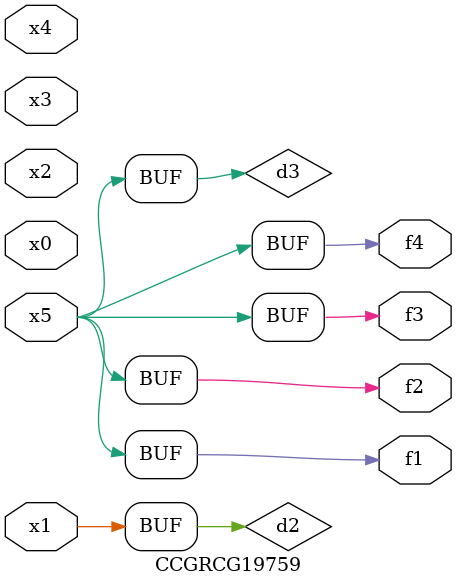
<source format=v>
module CCGRCG19759(
	input x0, x1, x2, x3, x4, x5,
	output f1, f2, f3, f4
);

	wire d1, d2, d3;

	not (d1, x5);
	or (d2, x1);
	xnor (d3, d1);
	assign f1 = d3;
	assign f2 = d3;
	assign f3 = d3;
	assign f4 = d3;
endmodule

</source>
